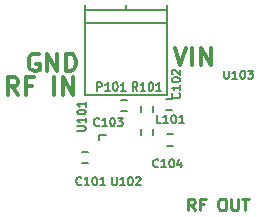
<source format=gto>
G04 #@! TF.FileFunction,Legend,Top*
%FSLAX46Y46*%
G04 Gerber Fmt 4.6, Leading zero omitted, Abs format (unit mm)*
G04 Created by KiCad (PCBNEW 4.0.3-stable) date Sun Sep 11 01:35:28 2016*
%MOMM*%
%LPD*%
G01*
G04 APERTURE LIST*
%ADD10C,0.100000*%
%ADD11C,0.250000*%
%ADD12C,0.300000*%
%ADD13C,0.150000*%
G04 APERTURE END LIST*
D10*
D11*
X151571429Y-108452381D02*
X151238095Y-107976190D01*
X151000000Y-108452381D02*
X151000000Y-107452381D01*
X151380953Y-107452381D01*
X151476191Y-107500000D01*
X151523810Y-107547619D01*
X151571429Y-107642857D01*
X151571429Y-107785714D01*
X151523810Y-107880952D01*
X151476191Y-107928571D01*
X151380953Y-107976190D01*
X151000000Y-107976190D01*
X152333334Y-107928571D02*
X152000000Y-107928571D01*
X152000000Y-108452381D02*
X152000000Y-107452381D01*
X152476191Y-107452381D01*
X153809524Y-107452381D02*
X154000001Y-107452381D01*
X154095239Y-107500000D01*
X154190477Y-107595238D01*
X154238096Y-107785714D01*
X154238096Y-108119048D01*
X154190477Y-108309524D01*
X154095239Y-108404762D01*
X154000001Y-108452381D01*
X153809524Y-108452381D01*
X153714286Y-108404762D01*
X153619048Y-108309524D01*
X153571429Y-108119048D01*
X153571429Y-107785714D01*
X153619048Y-107595238D01*
X153714286Y-107500000D01*
X153809524Y-107452381D01*
X154666667Y-107452381D02*
X154666667Y-108261905D01*
X154714286Y-108357143D01*
X154761905Y-108404762D01*
X154857143Y-108452381D01*
X155047620Y-108452381D01*
X155142858Y-108404762D01*
X155190477Y-108357143D01*
X155238096Y-108261905D01*
X155238096Y-107452381D01*
X155571429Y-107452381D02*
X156142858Y-107452381D01*
X155857143Y-108452381D02*
X155857143Y-107452381D01*
D12*
X136607143Y-98678571D02*
X136107143Y-97964286D01*
X135750000Y-98678571D02*
X135750000Y-97178571D01*
X136321428Y-97178571D01*
X136464286Y-97250000D01*
X136535714Y-97321429D01*
X136607143Y-97464286D01*
X136607143Y-97678571D01*
X136535714Y-97821429D01*
X136464286Y-97892857D01*
X136321428Y-97964286D01*
X135750000Y-97964286D01*
X137750000Y-97892857D02*
X137250000Y-97892857D01*
X137250000Y-98678571D02*
X137250000Y-97178571D01*
X137964286Y-97178571D01*
X139678571Y-98678571D02*
X139678571Y-97178571D01*
X140392857Y-98678571D02*
X140392857Y-97178571D01*
X141250000Y-98678571D01*
X141250000Y-97178571D01*
X138357143Y-95250000D02*
X138214286Y-95178571D01*
X138000000Y-95178571D01*
X137785715Y-95250000D01*
X137642857Y-95392857D01*
X137571429Y-95535714D01*
X137500000Y-95821429D01*
X137500000Y-96035714D01*
X137571429Y-96321429D01*
X137642857Y-96464286D01*
X137785715Y-96607143D01*
X138000000Y-96678571D01*
X138142857Y-96678571D01*
X138357143Y-96607143D01*
X138428572Y-96535714D01*
X138428572Y-96035714D01*
X138142857Y-96035714D01*
X139071429Y-96678571D02*
X139071429Y-95178571D01*
X139928572Y-96678571D01*
X139928572Y-95178571D01*
X140642858Y-96678571D02*
X140642858Y-95178571D01*
X141000001Y-95178571D01*
X141214286Y-95250000D01*
X141357144Y-95392857D01*
X141428572Y-95535714D01*
X141500001Y-95821429D01*
X141500001Y-96035714D01*
X141428572Y-96321429D01*
X141357144Y-96464286D01*
X141214286Y-96607143D01*
X141000001Y-96678571D01*
X140642858Y-96678571D01*
X149857143Y-94678571D02*
X150357143Y-96178571D01*
X150857143Y-94678571D01*
X151357143Y-96178571D02*
X151357143Y-94678571D01*
X152071429Y-96178571D02*
X152071429Y-94678571D01*
X152928572Y-96178571D01*
X152928572Y-94678571D01*
D13*
X142050000Y-104475000D02*
X142550000Y-104475000D01*
X142550000Y-103525000D02*
X142050000Y-103525000D01*
X149650000Y-99025000D02*
X149150000Y-99025000D01*
X149150000Y-99975000D02*
X149650000Y-99975000D01*
X145300000Y-100075000D02*
X145800000Y-100075000D01*
X145800000Y-99125000D02*
X145300000Y-99125000D01*
X149200000Y-102975000D02*
X149700000Y-102975000D01*
X149700000Y-102025000D02*
X149200000Y-102025000D01*
X148025000Y-102100000D02*
X148025000Y-101600000D01*
X146975000Y-101600000D02*
X146975000Y-102100000D01*
X145750000Y-91500000D02*
X145750000Y-91100000D01*
X149250000Y-92600000D02*
X142250000Y-92600000D01*
X149250000Y-91500000D02*
X142250000Y-91500000D01*
X149250000Y-98700000D02*
X149250000Y-91100000D01*
X142250000Y-91100000D02*
X142250000Y-98700000D01*
X142250000Y-98700000D02*
X149250000Y-98700000D01*
X148025000Y-100100000D02*
X148025000Y-99600000D01*
X146975000Y-99600000D02*
X146975000Y-100100000D01*
X144039180Y-102069280D02*
X143429580Y-102069280D01*
X143429580Y-102069280D02*
X143419420Y-102501080D01*
X141966667Y-106250000D02*
X141933333Y-106283333D01*
X141833333Y-106316667D01*
X141766667Y-106316667D01*
X141666667Y-106283333D01*
X141600000Y-106216667D01*
X141566667Y-106150000D01*
X141533333Y-106016667D01*
X141533333Y-105916667D01*
X141566667Y-105783333D01*
X141600000Y-105716667D01*
X141666667Y-105650000D01*
X141766667Y-105616667D01*
X141833333Y-105616667D01*
X141933333Y-105650000D01*
X141966667Y-105683333D01*
X142633333Y-106316667D02*
X142233333Y-106316667D01*
X142433333Y-106316667D02*
X142433333Y-105616667D01*
X142366667Y-105716667D01*
X142300000Y-105783333D01*
X142233333Y-105816667D01*
X143066667Y-105616667D02*
X143133334Y-105616667D01*
X143200000Y-105650000D01*
X143233334Y-105683333D01*
X143266667Y-105750000D01*
X143300000Y-105883333D01*
X143300000Y-106050000D01*
X143266667Y-106183333D01*
X143233334Y-106250000D01*
X143200000Y-106283333D01*
X143133334Y-106316667D01*
X143066667Y-106316667D01*
X143000000Y-106283333D01*
X142966667Y-106250000D01*
X142933334Y-106183333D01*
X142900000Y-106050000D01*
X142900000Y-105883333D01*
X142933334Y-105750000D01*
X142966667Y-105683333D01*
X143000000Y-105650000D01*
X143066667Y-105616667D01*
X143966667Y-106316667D02*
X143566667Y-106316667D01*
X143766667Y-106316667D02*
X143766667Y-105616667D01*
X143700001Y-105716667D01*
X143633334Y-105783333D01*
X143566667Y-105816667D01*
X150250000Y-98533333D02*
X150283333Y-98566667D01*
X150316667Y-98666667D01*
X150316667Y-98733333D01*
X150283333Y-98833333D01*
X150216667Y-98900000D01*
X150150000Y-98933333D01*
X150016667Y-98966667D01*
X149916667Y-98966667D01*
X149783333Y-98933333D01*
X149716667Y-98900000D01*
X149650000Y-98833333D01*
X149616667Y-98733333D01*
X149616667Y-98666667D01*
X149650000Y-98566667D01*
X149683333Y-98533333D01*
X150316667Y-97866667D02*
X150316667Y-98266667D01*
X150316667Y-98066667D02*
X149616667Y-98066667D01*
X149716667Y-98133333D01*
X149783333Y-98200000D01*
X149816667Y-98266667D01*
X149616667Y-97433333D02*
X149616667Y-97366666D01*
X149650000Y-97300000D01*
X149683333Y-97266666D01*
X149750000Y-97233333D01*
X149883333Y-97200000D01*
X150050000Y-97200000D01*
X150183333Y-97233333D01*
X150250000Y-97266666D01*
X150283333Y-97300000D01*
X150316667Y-97366666D01*
X150316667Y-97433333D01*
X150283333Y-97500000D01*
X150250000Y-97533333D01*
X150183333Y-97566666D01*
X150050000Y-97600000D01*
X149883333Y-97600000D01*
X149750000Y-97566666D01*
X149683333Y-97533333D01*
X149650000Y-97500000D01*
X149616667Y-97433333D01*
X149683333Y-96933333D02*
X149650000Y-96899999D01*
X149616667Y-96833333D01*
X149616667Y-96666666D01*
X149650000Y-96599999D01*
X149683333Y-96566666D01*
X149750000Y-96533333D01*
X149816667Y-96533333D01*
X149916667Y-96566666D01*
X150316667Y-96966666D01*
X150316667Y-96533333D01*
X143466667Y-101250000D02*
X143433333Y-101283333D01*
X143333333Y-101316667D01*
X143266667Y-101316667D01*
X143166667Y-101283333D01*
X143100000Y-101216667D01*
X143066667Y-101150000D01*
X143033333Y-101016667D01*
X143033333Y-100916667D01*
X143066667Y-100783333D01*
X143100000Y-100716667D01*
X143166667Y-100650000D01*
X143266667Y-100616667D01*
X143333333Y-100616667D01*
X143433333Y-100650000D01*
X143466667Y-100683333D01*
X144133333Y-101316667D02*
X143733333Y-101316667D01*
X143933333Y-101316667D02*
X143933333Y-100616667D01*
X143866667Y-100716667D01*
X143800000Y-100783333D01*
X143733333Y-100816667D01*
X144566667Y-100616667D02*
X144633334Y-100616667D01*
X144700000Y-100650000D01*
X144733334Y-100683333D01*
X144766667Y-100750000D01*
X144800000Y-100883333D01*
X144800000Y-101050000D01*
X144766667Y-101183333D01*
X144733334Y-101250000D01*
X144700000Y-101283333D01*
X144633334Y-101316667D01*
X144566667Y-101316667D01*
X144500000Y-101283333D01*
X144466667Y-101250000D01*
X144433334Y-101183333D01*
X144400000Y-101050000D01*
X144400000Y-100883333D01*
X144433334Y-100750000D01*
X144466667Y-100683333D01*
X144500000Y-100650000D01*
X144566667Y-100616667D01*
X145033334Y-100616667D02*
X145466667Y-100616667D01*
X145233334Y-100883333D01*
X145333334Y-100883333D01*
X145400001Y-100916667D01*
X145433334Y-100950000D01*
X145466667Y-101016667D01*
X145466667Y-101183333D01*
X145433334Y-101250000D01*
X145400001Y-101283333D01*
X145333334Y-101316667D01*
X145133334Y-101316667D01*
X145066667Y-101283333D01*
X145033334Y-101250000D01*
X148466667Y-104750000D02*
X148433333Y-104783333D01*
X148333333Y-104816667D01*
X148266667Y-104816667D01*
X148166667Y-104783333D01*
X148100000Y-104716667D01*
X148066667Y-104650000D01*
X148033333Y-104516667D01*
X148033333Y-104416667D01*
X148066667Y-104283333D01*
X148100000Y-104216667D01*
X148166667Y-104150000D01*
X148266667Y-104116667D01*
X148333333Y-104116667D01*
X148433333Y-104150000D01*
X148466667Y-104183333D01*
X149133333Y-104816667D02*
X148733333Y-104816667D01*
X148933333Y-104816667D02*
X148933333Y-104116667D01*
X148866667Y-104216667D01*
X148800000Y-104283333D01*
X148733333Y-104316667D01*
X149566667Y-104116667D02*
X149633334Y-104116667D01*
X149700000Y-104150000D01*
X149733334Y-104183333D01*
X149766667Y-104250000D01*
X149800000Y-104383333D01*
X149800000Y-104550000D01*
X149766667Y-104683333D01*
X149733334Y-104750000D01*
X149700000Y-104783333D01*
X149633334Y-104816667D01*
X149566667Y-104816667D01*
X149500000Y-104783333D01*
X149466667Y-104750000D01*
X149433334Y-104683333D01*
X149400000Y-104550000D01*
X149400000Y-104383333D01*
X149433334Y-104250000D01*
X149466667Y-104183333D01*
X149500000Y-104150000D01*
X149566667Y-104116667D01*
X150400001Y-104350000D02*
X150400001Y-104816667D01*
X150233334Y-104083333D02*
X150066667Y-104583333D01*
X150500001Y-104583333D01*
X148716666Y-101066667D02*
X148383333Y-101066667D01*
X148383333Y-100366667D01*
X149316666Y-101066667D02*
X148916666Y-101066667D01*
X149116666Y-101066667D02*
X149116666Y-100366667D01*
X149050000Y-100466667D01*
X148983333Y-100533333D01*
X148916666Y-100566667D01*
X149750000Y-100366667D02*
X149816667Y-100366667D01*
X149883333Y-100400000D01*
X149916667Y-100433333D01*
X149950000Y-100500000D01*
X149983333Y-100633333D01*
X149983333Y-100800000D01*
X149950000Y-100933333D01*
X149916667Y-101000000D01*
X149883333Y-101033333D01*
X149816667Y-101066667D01*
X149750000Y-101066667D01*
X149683333Y-101033333D01*
X149650000Y-101000000D01*
X149616667Y-100933333D01*
X149583333Y-100800000D01*
X149583333Y-100633333D01*
X149616667Y-100500000D01*
X149650000Y-100433333D01*
X149683333Y-100400000D01*
X149750000Y-100366667D01*
X150650000Y-101066667D02*
X150250000Y-101066667D01*
X150450000Y-101066667D02*
X150450000Y-100366667D01*
X150383334Y-100466667D01*
X150316667Y-100533333D01*
X150250000Y-100566667D01*
X143316667Y-98316667D02*
X143316667Y-97616667D01*
X143583333Y-97616667D01*
X143650000Y-97650000D01*
X143683333Y-97683333D01*
X143716667Y-97750000D01*
X143716667Y-97850000D01*
X143683333Y-97916667D01*
X143650000Y-97950000D01*
X143583333Y-97983333D01*
X143316667Y-97983333D01*
X144383333Y-98316667D02*
X143983333Y-98316667D01*
X144183333Y-98316667D02*
X144183333Y-97616667D01*
X144116667Y-97716667D01*
X144050000Y-97783333D01*
X143983333Y-97816667D01*
X144816667Y-97616667D02*
X144883334Y-97616667D01*
X144950000Y-97650000D01*
X144983334Y-97683333D01*
X145016667Y-97750000D01*
X145050000Y-97883333D01*
X145050000Y-98050000D01*
X145016667Y-98183333D01*
X144983334Y-98250000D01*
X144950000Y-98283333D01*
X144883334Y-98316667D01*
X144816667Y-98316667D01*
X144750000Y-98283333D01*
X144716667Y-98250000D01*
X144683334Y-98183333D01*
X144650000Y-98050000D01*
X144650000Y-97883333D01*
X144683334Y-97750000D01*
X144716667Y-97683333D01*
X144750000Y-97650000D01*
X144816667Y-97616667D01*
X145716667Y-98316667D02*
X145316667Y-98316667D01*
X145516667Y-98316667D02*
X145516667Y-97616667D01*
X145450001Y-97716667D01*
X145383334Y-97783333D01*
X145316667Y-97816667D01*
X146716667Y-98316667D02*
X146483333Y-97983333D01*
X146316667Y-98316667D02*
X146316667Y-97616667D01*
X146583333Y-97616667D01*
X146650000Y-97650000D01*
X146683333Y-97683333D01*
X146716667Y-97750000D01*
X146716667Y-97850000D01*
X146683333Y-97916667D01*
X146650000Y-97950000D01*
X146583333Y-97983333D01*
X146316667Y-97983333D01*
X147383333Y-98316667D02*
X146983333Y-98316667D01*
X147183333Y-98316667D02*
X147183333Y-97616667D01*
X147116667Y-97716667D01*
X147050000Y-97783333D01*
X146983333Y-97816667D01*
X147816667Y-97616667D02*
X147883334Y-97616667D01*
X147950000Y-97650000D01*
X147983334Y-97683333D01*
X148016667Y-97750000D01*
X148050000Y-97883333D01*
X148050000Y-98050000D01*
X148016667Y-98183333D01*
X147983334Y-98250000D01*
X147950000Y-98283333D01*
X147883334Y-98316667D01*
X147816667Y-98316667D01*
X147750000Y-98283333D01*
X147716667Y-98250000D01*
X147683334Y-98183333D01*
X147650000Y-98050000D01*
X147650000Y-97883333D01*
X147683334Y-97750000D01*
X147716667Y-97683333D01*
X147750000Y-97650000D01*
X147816667Y-97616667D01*
X148716667Y-98316667D02*
X148316667Y-98316667D01*
X148516667Y-98316667D02*
X148516667Y-97616667D01*
X148450001Y-97716667D01*
X148383334Y-97783333D01*
X148316667Y-97816667D01*
X141616667Y-101700000D02*
X142183333Y-101700000D01*
X142250000Y-101666667D01*
X142283333Y-101633334D01*
X142316667Y-101566667D01*
X142316667Y-101433334D01*
X142283333Y-101366667D01*
X142250000Y-101333334D01*
X142183333Y-101300000D01*
X141616667Y-101300000D01*
X142316667Y-100600001D02*
X142316667Y-101000001D01*
X142316667Y-100800001D02*
X141616667Y-100800001D01*
X141716667Y-100866667D01*
X141783333Y-100933334D01*
X141816667Y-101000001D01*
X141616667Y-100166667D02*
X141616667Y-100100000D01*
X141650000Y-100033334D01*
X141683333Y-100000000D01*
X141750000Y-99966667D01*
X141883333Y-99933334D01*
X142050000Y-99933334D01*
X142183333Y-99966667D01*
X142250000Y-100000000D01*
X142283333Y-100033334D01*
X142316667Y-100100000D01*
X142316667Y-100166667D01*
X142283333Y-100233334D01*
X142250000Y-100266667D01*
X142183333Y-100300000D01*
X142050000Y-100333334D01*
X141883333Y-100333334D01*
X141750000Y-100300000D01*
X141683333Y-100266667D01*
X141650000Y-100233334D01*
X141616667Y-100166667D01*
X142316667Y-99266667D02*
X142316667Y-99666667D01*
X142316667Y-99466667D02*
X141616667Y-99466667D01*
X141716667Y-99533333D01*
X141783333Y-99600000D01*
X141816667Y-99666667D01*
X144550000Y-105616667D02*
X144550000Y-106183333D01*
X144583333Y-106250000D01*
X144616666Y-106283333D01*
X144683333Y-106316667D01*
X144816666Y-106316667D01*
X144883333Y-106283333D01*
X144916666Y-106250000D01*
X144950000Y-106183333D01*
X144950000Y-105616667D01*
X145649999Y-106316667D02*
X145249999Y-106316667D01*
X145449999Y-106316667D02*
X145449999Y-105616667D01*
X145383333Y-105716667D01*
X145316666Y-105783333D01*
X145249999Y-105816667D01*
X146083333Y-105616667D02*
X146150000Y-105616667D01*
X146216666Y-105650000D01*
X146250000Y-105683333D01*
X146283333Y-105750000D01*
X146316666Y-105883333D01*
X146316666Y-106050000D01*
X146283333Y-106183333D01*
X146250000Y-106250000D01*
X146216666Y-106283333D01*
X146150000Y-106316667D01*
X146083333Y-106316667D01*
X146016666Y-106283333D01*
X145983333Y-106250000D01*
X145950000Y-106183333D01*
X145916666Y-106050000D01*
X145916666Y-105883333D01*
X145950000Y-105750000D01*
X145983333Y-105683333D01*
X146016666Y-105650000D01*
X146083333Y-105616667D01*
X146583333Y-105683333D02*
X146616667Y-105650000D01*
X146683333Y-105616667D01*
X146850000Y-105616667D01*
X146916667Y-105650000D01*
X146950000Y-105683333D01*
X146983333Y-105750000D01*
X146983333Y-105816667D01*
X146950000Y-105916667D01*
X146550000Y-106316667D01*
X146983333Y-106316667D01*
X154050000Y-96616667D02*
X154050000Y-97183333D01*
X154083333Y-97250000D01*
X154116666Y-97283333D01*
X154183333Y-97316667D01*
X154316666Y-97316667D01*
X154383333Y-97283333D01*
X154416666Y-97250000D01*
X154450000Y-97183333D01*
X154450000Y-96616667D01*
X155149999Y-97316667D02*
X154749999Y-97316667D01*
X154949999Y-97316667D02*
X154949999Y-96616667D01*
X154883333Y-96716667D01*
X154816666Y-96783333D01*
X154749999Y-96816667D01*
X155583333Y-96616667D02*
X155650000Y-96616667D01*
X155716666Y-96650000D01*
X155750000Y-96683333D01*
X155783333Y-96750000D01*
X155816666Y-96883333D01*
X155816666Y-97050000D01*
X155783333Y-97183333D01*
X155750000Y-97250000D01*
X155716666Y-97283333D01*
X155650000Y-97316667D01*
X155583333Y-97316667D01*
X155516666Y-97283333D01*
X155483333Y-97250000D01*
X155450000Y-97183333D01*
X155416666Y-97050000D01*
X155416666Y-96883333D01*
X155450000Y-96750000D01*
X155483333Y-96683333D01*
X155516666Y-96650000D01*
X155583333Y-96616667D01*
X156050000Y-96616667D02*
X156483333Y-96616667D01*
X156250000Y-96883333D01*
X156350000Y-96883333D01*
X156416667Y-96916667D01*
X156450000Y-96950000D01*
X156483333Y-97016667D01*
X156483333Y-97183333D01*
X156450000Y-97250000D01*
X156416667Y-97283333D01*
X156350000Y-97316667D01*
X156150000Y-97316667D01*
X156083333Y-97283333D01*
X156050000Y-97250000D01*
M02*

</source>
